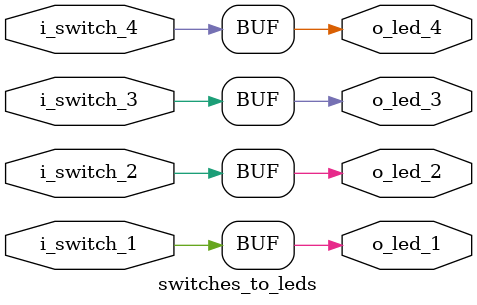
<source format=sv>
module switches_to_leds (
	input i_switch_1,
	input i_switch_2,
	input i_switch_3,
	input i_switch_4,
	output o_led_1,
	output o_led_2,
	output o_led_3,
	output o_led_4
);

	assign o_led_1 = i_switch_1;
	assign o_led_2 = i_switch_2;
	assign o_led_3 = i_switch_3;
	assign o_led_4 = i_switch_4;

endmodule
	
</source>
